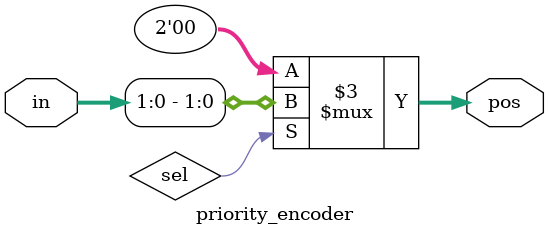
<source format=v>
module priority_encoder( 
input [2:0] in,
output reg [1:0] pos ); 
// When sel=1, assign b to out
always @ (in or sel)
begin
	if (sel) begin
	// If sel is high, output is equal to input
	// If sel is low, output is 0
	pos = in;
	end
	else begin
	pos = 2'b00;
	end
end
endmodule

</source>
